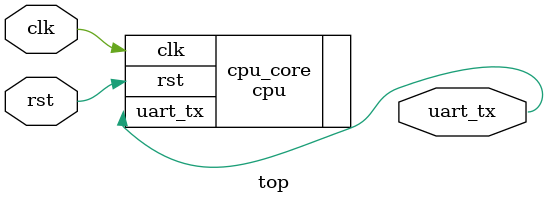
<source format=v>
module top (
    input clk,
    input rst,
    output uart_tx
);

    cpu cpu_core (
        .clk(clk),
        .rst(rst),
        .uart_tx(uart_tx)
    );

endmodule

</source>
